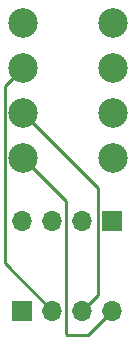
<source format=gbr>
%TF.GenerationSoftware,KiCad,Pcbnew,7.0.9*%
%TF.CreationDate,2024-05-26T02:26:49+09:00*%
%TF.ProjectId,adaptor,61646170-746f-4722-9e6b-696361645f70,rev?*%
%TF.SameCoordinates,Original*%
%TF.FileFunction,Copper,L2,Bot*%
%TF.FilePolarity,Positive*%
%FSLAX46Y46*%
G04 Gerber Fmt 4.6, Leading zero omitted, Abs format (unit mm)*
G04 Created by KiCad (PCBNEW 7.0.9) date 2024-05-26 02:26:49*
%MOMM*%
%LPD*%
G01*
G04 APERTURE LIST*
%TA.AperFunction,ComponentPad*%
%ADD10C,2.500000*%
%TD*%
%TA.AperFunction,ComponentPad*%
%ADD11R,1.700000X1.700000*%
%TD*%
%TA.AperFunction,ComponentPad*%
%ADD12O,1.700000X1.700000*%
%TD*%
%TA.AperFunction,Conductor*%
%ADD13C,0.250000*%
%TD*%
G04 APERTURE END LIST*
D10*
%TO.P,U1,1,VIN*%
%TO.N,/1*%
X89735000Y-98245000D03*
%TO.P,U1,2,GND*%
%TO.N,/2*%
X89735000Y-102055000D03*
%TO.P,U1,3,SDA/TX*%
%TO.N,/3*%
X89735000Y-105865000D03*
%TO.P,U1,4,SCL/RX*%
%TO.N,/4*%
X89735000Y-109675000D03*
%TO.P,U1,5,RESET_N*%
%TO.N,/5*%
X97355000Y-109675000D03*
%TO.P,U1,6,INT*%
%TO.N,/6*%
X97355000Y-105865000D03*
%TO.P,U1,7,GND*%
%TO.N,/7*%
X97355000Y-102055000D03*
%TO.P,U1,8,VOUT*%
%TO.N,/8*%
X97355000Y-98245000D03*
%TD*%
D11*
%TO.P,J2,1,Pin_1*%
%TO.N,/5*%
X97272000Y-115062000D03*
D12*
%TO.P,J2,2,Pin_2*%
%TO.N,/6*%
X94732000Y-115062000D03*
%TO.P,J2,3,Pin_3*%
%TO.N,/7*%
X92192000Y-115062000D03*
%TO.P,J2,4,Pin_4*%
%TO.N,/8*%
X89652000Y-115062000D03*
%TD*%
D11*
%TO.P,J1,1,Pin_1*%
%TO.N,/1*%
X89672000Y-122682000D03*
D12*
%TO.P,J1,2,Pin_2*%
%TO.N,/2*%
X92212000Y-122682000D03*
%TO.P,J1,3,Pin_3*%
%TO.N,/3*%
X94752000Y-122682000D03*
%TO.P,J1,4,Pin_4*%
%TO.N,/4*%
X97292000Y-122682000D03*
%TD*%
D13*
%TO.N,/4*%
X95260000Y-124714000D02*
X97292000Y-122682000D01*
X93472000Y-124714000D02*
X95260000Y-124714000D01*
X93387000Y-124629000D02*
X93472000Y-124714000D01*
X93387000Y-113327000D02*
X93387000Y-124629000D01*
X89735000Y-109675000D02*
X93387000Y-113327000D01*
%TO.N,/3*%
X96097000Y-121337000D02*
X94752000Y-122682000D01*
X96097000Y-112227000D02*
X96097000Y-121337000D01*
X89735000Y-105865000D02*
X96097000Y-112227000D01*
%TO.N,/2*%
X88160000Y-103630000D02*
X88160000Y-118630000D01*
X88160000Y-118630000D02*
X92212000Y-122682000D01*
X89735000Y-102055000D02*
X88160000Y-103630000D01*
%TD*%
M02*

</source>
